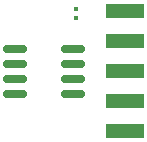
<source format=gbr>
%TF.GenerationSoftware,KiCad,Pcbnew,8.0.4*%
%TF.CreationDate,2024-09-16T16:17:47+01:00*%
%TF.ProjectId,algoritmi_motor,616c676f-7269-4746-9d69-5f6d6f746f72,rev?*%
%TF.SameCoordinates,Original*%
%TF.FileFunction,Paste,Top*%
%TF.FilePolarity,Positive*%
%FSLAX46Y46*%
G04 Gerber Fmt 4.6, Leading zero omitted, Abs format (unit mm)*
G04 Created by KiCad (PCBNEW 8.0.4) date 2024-09-16 16:17:47*
%MOMM*%
%LPD*%
G01*
G04 APERTURE LIST*
G04 Aperture macros list*
%AMRoundRect*
0 Rectangle with rounded corners*
0 $1 Rounding radius*
0 $2 $3 $4 $5 $6 $7 $8 $9 X,Y pos of 4 corners*
0 Add a 4 corners polygon primitive as box body*
4,1,4,$2,$3,$4,$5,$6,$7,$8,$9,$2,$3,0*
0 Add four circle primitives for the rounded corners*
1,1,$1+$1,$2,$3*
1,1,$1+$1,$4,$5*
1,1,$1+$1,$6,$7*
1,1,$1+$1,$8,$9*
0 Add four rect primitives between the rounded corners*
20,1,$1+$1,$2,$3,$4,$5,0*
20,1,$1+$1,$4,$5,$6,$7,0*
20,1,$1+$1,$6,$7,$8,$9,0*
20,1,$1+$1,$8,$9,$2,$3,0*%
G04 Aperture macros list end*
%ADD10R,3.180000X1.270000*%
%ADD11RoundRect,0.150000X-0.825000X-0.150000X0.825000X-0.150000X0.825000X0.150000X-0.825000X0.150000X0*%
%ADD12RoundRect,0.079500X-0.100500X0.079500X-0.100500X-0.079500X0.100500X-0.079500X0.100500X0.079500X0*%
G04 APERTURE END LIST*
D10*
%TO.C,J1*%
X147800000Y-95263673D03*
X147800000Y-97803673D03*
X147800000Y-100343673D03*
X147800000Y-102883673D03*
X147800000Y-105423673D03*
%TD*%
D11*
%TO.C,U1*%
X138525000Y-98438673D03*
X138525000Y-99708673D03*
X138525000Y-100978673D03*
X138525000Y-102248673D03*
X143475000Y-102248673D03*
X143475000Y-100978673D03*
X143475000Y-99708673D03*
X143475000Y-98438673D03*
%TD*%
D12*
%TO.C,C1*%
X143730000Y-95125000D03*
X143730000Y-95815000D03*
%TD*%
M02*

</source>
